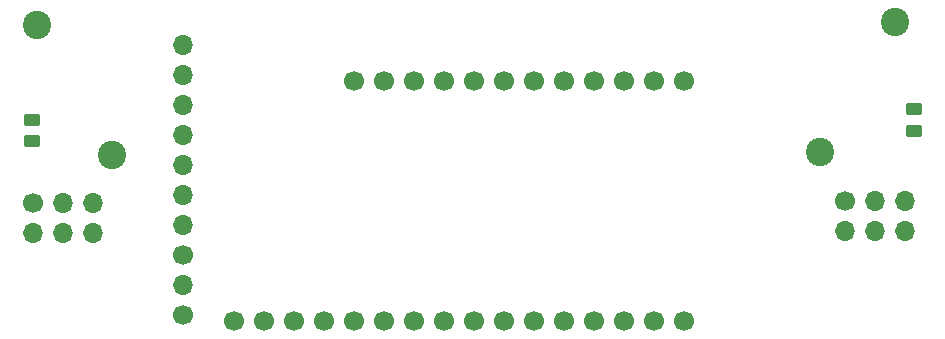
<source format=gbr>
%TF.GenerationSoftware,KiCad,Pcbnew,(7.0.0)*%
%TF.CreationDate,2023-03-18T03:14:20-07:00*%
%TF.ProjectId,Voltage_Sensor_Timer,566f6c74-6167-4655-9f53-656e736f725f,0*%
%TF.SameCoordinates,Original*%
%TF.FileFunction,Soldermask,Bot*%
%TF.FilePolarity,Negative*%
%FSLAX46Y46*%
G04 Gerber Fmt 4.6, Leading zero omitted, Abs format (unit mm)*
G04 Created by KiCad (PCBNEW (7.0.0)) date 2023-03-18 03:14:20*
%MOMM*%
%LPD*%
G01*
G04 APERTURE LIST*
G04 Aperture macros list*
%AMRoundRect*
0 Rectangle with rounded corners*
0 $1 Rounding radius*
0 $2 $3 $4 $5 $6 $7 $8 $9 X,Y pos of 4 corners*
0 Add a 4 corners polygon primitive as box body*
4,1,4,$2,$3,$4,$5,$6,$7,$8,$9,$2,$3,0*
0 Add four circle primitives for the rounded corners*
1,1,$1+$1,$2,$3*
1,1,$1+$1,$4,$5*
1,1,$1+$1,$6,$7*
1,1,$1+$1,$8,$9*
0 Add four rect primitives between the rounded corners*
20,1,$1+$1,$2,$3,$4,$5,0*
20,1,$1+$1,$4,$5,$6,$7,0*
20,1,$1+$1,$6,$7,$8,$9,0*
20,1,$1+$1,$8,$9,$2,$3,0*%
%AMHorizOval*
0 Thick line with rounded ends*
0 $1 width*
0 $2 $3 position (X,Y) of the first rounded end (center of the circle)*
0 $4 $5 position (X,Y) of the second rounded end (center of the circle)*
0 Add line between two ends*
20,1,$1,$2,$3,$4,$5,0*
0 Add two circle primitives to create the rounded ends*
1,1,$1,$2,$3*
1,1,$1,$4,$5*%
G04 Aperture macros list end*
%ADD10C,1.700000*%
%ADD11C,2.400000*%
%ADD12HorizOval,2.400000X0.000000X0.000000X0.000000X0.000000X0*%
%ADD13O,1.700000X1.700000*%
%ADD14RoundRect,0.250000X-0.450000X0.262500X-0.450000X-0.262500X0.450000X-0.262500X0.450000X0.262500X0*%
%ADD15HorizOval,2.400000X0.000000X0.000000X0.000000X0.000000X0*%
G04 APERTURE END LIST*
D10*
%TO.C,ESP1*%
X132599192Y-106144732D03*
X135139192Y-106144732D03*
X137679192Y-106144732D03*
X140219192Y-106144732D03*
X142759192Y-106144732D03*
X145299192Y-106144732D03*
X147839192Y-106144732D03*
X150379192Y-106144732D03*
X152919192Y-106144732D03*
X155459192Y-106144732D03*
X157999192Y-106144732D03*
X160539192Y-106144732D03*
X163079192Y-106144732D03*
X165619192Y-106144732D03*
X168159192Y-106144732D03*
X170699192Y-106144732D03*
X170699192Y-85824732D03*
X168159192Y-85824732D03*
X165619192Y-85824732D03*
X163079192Y-85824732D03*
X160539192Y-85824732D03*
X157999192Y-85824732D03*
X155459192Y-85824732D03*
X152919192Y-85824732D03*
X150379192Y-85824732D03*
X147839192Y-85824732D03*
X145299192Y-85824732D03*
X142759192Y-85824732D03*
%TD*%
D11*
%TO.C,R2*%
X188595000Y-80860739D03*
D12*
X182244999Y-91859261D03*
%TD*%
D10*
%TO.C,J2*%
X128342521Y-105641979D03*
D13*
X128342520Y-103101978D03*
D10*
X128342521Y-100561979D03*
D13*
X128342520Y-98021978D03*
X128342520Y-95481978D03*
X128342520Y-92941978D03*
X128342520Y-90401978D03*
X128342520Y-87861978D03*
X128342520Y-85321978D03*
X128342520Y-82781978D03*
%TD*%
D14*
%TO.C,R4*%
X115570000Y-89107000D03*
X115570000Y-90932000D03*
%TD*%
D10*
%TO.C,J1*%
X115585000Y-96204000D03*
D13*
X115584999Y-98743999D03*
X118124999Y-96203999D03*
X118124999Y-98743999D03*
X120664999Y-96203999D03*
X120664999Y-98743999D03*
%TD*%
D10*
%TO.C,J4*%
X184404000Y-96012000D03*
D13*
X184403999Y-98551999D03*
X186943999Y-96011999D03*
X186943999Y-98551999D03*
X189483999Y-96011999D03*
X189483999Y-98551999D03*
%TD*%
D14*
%TO.C,R1*%
X190246000Y-88241500D03*
X190246000Y-90066500D03*
%TD*%
D11*
%TO.C,R3*%
X115951000Y-81114739D03*
D15*
X122300999Y-92113261D03*
%TD*%
M02*

</source>
